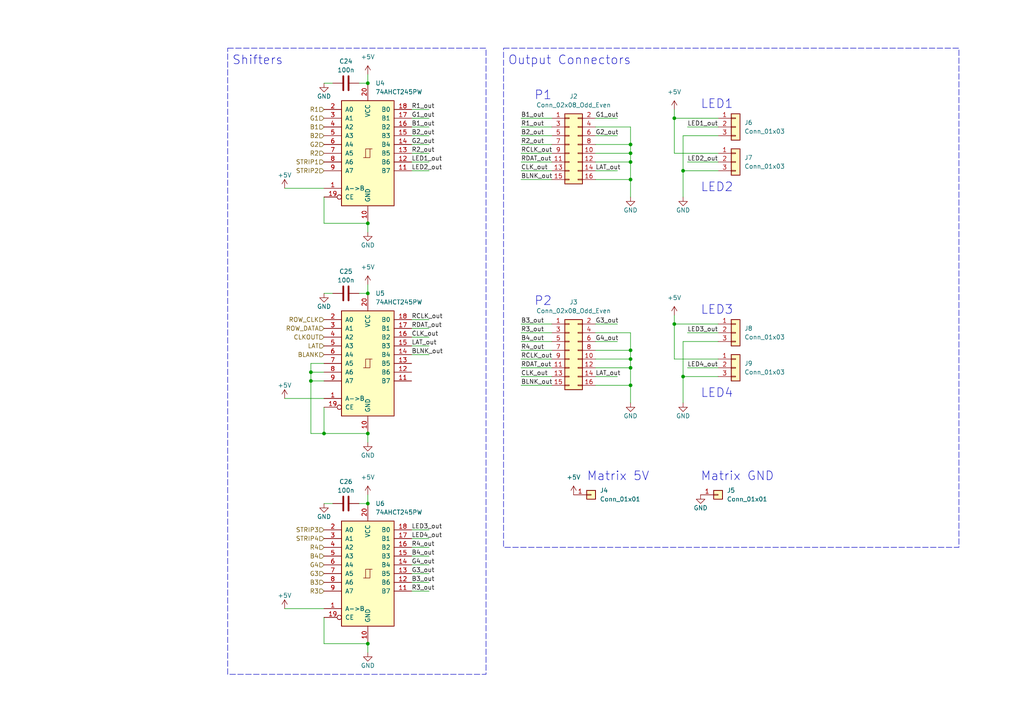
<source format=kicad_sch>
(kicad_sch (version 20230121) (generator eeschema)
  (paper "A4")
  (lib_symbols
    (symbol "74AHCT245PW_1" (pin_names (offset 1.016))
      (property "Reference" "U" (at -7.62 16.51 0))
      (property "Value" "74AHCT245PW" (at -7.62 -16.51 0))
      (symbol "74AHCT245PW_1_1_0"
        (polyline (pts (xy -0.635 -1.27) (xy -0.635 1.27) (xy 0.635 1.27)))
        (polyline (pts (xy -1.27 -1.27) (xy 0.635 -1.27) (xy 0.635 1.27) (xy 1.27 1.27)))
        (pin input line (at -12.7 -10.16 0) (length 5.08) (name "A->B") (number "1"))
        (pin power_in line (at 0 -20.32 90) (length 5.08) (name "GND") (number "10"))
        (pin tri_state line (at 12.7 -5.08 180) (length 5.08) (name "B7") (number "11"))
        (pin tri_state line (at 12.7 -2.54 180) (length 5.08) (name "B6") (number "12"))
        (pin tri_state line (at 12.7 0 180) (length 5.08) (name "B5") (number "13"))
        (pin tri_state line (at 12.7 2.54 180) (length 5.08) (name "B4") (number "14"))
        (pin tri_state line (at 12.7 5.08 180) (length 5.08) (name "B3") (number "15"))
        (pin tri_state line (at 12.7 7.62 180) (length 5.08) (name "B2") (number "16"))
        (pin tri_state line (at 12.7 10.16 180) (length 5.08) (name "B1") (number "17"))
        (pin tri_state line (at 12.7 12.7 180) (length 5.08) (name "B0") (number "18"))
        (pin input inverted (at -12.7 -12.7 0) (length 5.08) (name "CE") (number "19"))
        (pin tri_state line (at -12.7 12.7 0) (length 5.08) (name "A0") (number "2"))
        (pin power_in line (at 0 20.32 270) (length 5.08) (name "VCC") (number "20"))
        (pin tri_state line (at -12.7 10.16 0) (length 5.08) (name "A1") (number "3"))
        (pin tri_state line (at -12.7 7.62 0) (length 5.08) (name "A2") (number "4"))
        (pin tri_state line (at -12.7 5.08 0) (length 5.08) (name "A3") (number "5"))
        (pin tri_state line (at -12.7 2.54 0) (length 5.08) (name "A4") (number "6"))
        (pin tri_state line (at -12.7 0 0) (length 5.08) (name "A5") (number "7"))
        (pin tri_state line (at -12.7 -2.54 0) (length 5.08) (name "A6") (number "8"))
        (pin tri_state line (at -12.7 -5.08 0) (length 5.08) (name "A7") (number "9"))
      )
      (symbol "74AHCT245PW_1_1_1"
        (rectangle (start -7.62 15.24) (end 7.62 -15.24) (stroke (width 0.254)) (fill (type background)))
      )
    )
    (symbol "74AHCT245PW_2" (pin_names (offset 1.016))
      (property "Reference" "U" (at -7.62 16.51 0))
      (property "Value" "74AHCT245PW" (at -7.62 -16.51 0))
      (symbol "74AHCT245PW_2_1_0"
        (polyline (pts (xy -0.635 -1.27) (xy -0.635 1.27) (xy 0.635 1.27)))
        (polyline (pts (xy -1.27 -1.27) (xy 0.635 -1.27) (xy 0.635 1.27) (xy 1.27 1.27)))
        (pin input line (at -12.7 -10.16 0) (length 5.08) (name "A->B") (number "1"))
        (pin power_in line (at 0 -20.32 90) (length 5.08) (name "GND") (number "10"))
        (pin tri_state line (at 12.7 -5.08 180) (length 5.08) (name "B7") (number "11"))
        (pin tri_state line (at 12.7 -2.54 180) (length 5.08) (name "B6") (number "12"))
        (pin tri_state line (at 12.7 0 180) (length 5.08) (name "B5") (number "13"))
        (pin tri_state line (at 12.7 2.54 180) (length 5.08) (name "B4") (number "14"))
        (pin tri_state line (at 12.7 5.08 180) (length 5.08) (name "B3") (number "15"))
        (pin tri_state line (at 12.7 7.62 180) (length 5.08) (name "B2") (number "16"))
        (pin tri_state line (at 12.7 10.16 180) (length 5.08) (name "B1") (number "17"))
        (pin tri_state line (at 12.7 12.7 180) (length 5.08) (name "B0") (number "18"))
        (pin input inverted (at -12.7 -12.7 0) (length 5.08) (name "CE") (number "19"))
        (pin tri_state line (at -12.7 12.7 0) (length 5.08) (name "A0") (number "2"))
        (pin power_in line (at 0 20.32 270) (length 5.08) (name "VCC") (number "20"))
        (pin tri_state line (at -12.7 10.16 0) (length 5.08) (name "A1") (number "3"))
        (pin tri_state line (at -12.7 7.62 0) (length 5.08) (name "A2") (number "4"))
        (pin tri_state line (at -12.7 5.08 0) (length 5.08) (name "A3") (number "5"))
        (pin tri_state line (at -12.7 2.54 0) (length 5.08) (name "A4") (number "6"))
        (pin tri_state line (at -12.7 0 0) (length 5.08) (name "A5") (number "7"))
        (pin tri_state line (at -12.7 -2.54 0) (length 5.08) (name "A6") (number "8"))
        (pin tri_state line (at -12.7 -5.08 0) (length 5.08) (name "A7") (number "9"))
      )
      (symbol "74AHCT245PW_2_1_1"
        (rectangle (start -7.62 15.24) (end 7.62 -15.24) (stroke (width 0.254)) (fill (type background)))
      )
    )
    (symbol "Connector_Generic:Conn_01x01" (pin_names (offset 1.016) hide)
      (property "Reference" "J" (at 0 2.54 0))
      (property "Value" "Conn_01x01" (at 0 -2.54 0))
      (symbol "Conn_01x01_1_1"
        (rectangle (start -1.27 0.127) (end 0 -0.127) (stroke (width 0.1524)))
        (rectangle (start -1.27 1.27) (end 1.27 -1.27) (stroke (width 0.254)) (fill (type background)))
        (pin passive line (at -5.08 0 0) (length 3.81) (name "Pin_1") (number "1"))
      )
    )
    (symbol "Connector_Generic:Conn_01x03" (pin_names (offset 1.016) hide)
      (property "Reference" "J" (at 0 5.08 0))
      (property "Value" "Conn_01x03" (at 0 -5.08 0))
      (symbol "Conn_01x03_1_1"
        (rectangle (start -1.27 -2.413) (end 0 -2.667) (stroke (width 0.1524)))
        (rectangle (start -1.27 0.127) (end 0 -0.127) (stroke (width 0.1524)))
        (rectangle (start -1.27 2.667) (end 0 2.413) (stroke (width 0.1524)))
        (rectangle (start -1.27 3.81) (end 1.27 -3.81) (stroke (width 0.254)) (fill (type background)))
        (pin passive line (at -5.08 2.54 0) (length 3.81) (name "Pin_1") (number "1"))
        (pin passive line (at -5.08 0 0) (length 3.81) (name "Pin_2") (number "2"))
        (pin passive line (at -5.08 -2.54 0) (length 3.81) (name "Pin_3") (number "3"))
      )
    )
    (symbol "Connector_Generic:Conn_02x08_Odd_Even" (pin_names (offset 1.016) hide)
      (property "Reference" "J" (at 1.27 10.16 0))
      (property "Value" "Conn_02x08_Odd_Even" (at 1.27 -12.7 0))
      (symbol "Conn_02x08_Odd_Even_1_1"
        (rectangle (start -1.27 -10.033) (end 0 -10.287) (stroke (width 0.1524)))
        (rectangle (start -1.27 -7.493) (end 0 -7.747) (stroke (width 0.1524)))
        (rectangle (start -1.27 -4.953) (end 0 -5.207) (stroke (width 0.1524)))
        (rectangle (start -1.27 -2.413) (end 0 -2.667) (stroke (width 0.1524)))
        (rectangle (start -1.27 0.127) (end 0 -0.127) (stroke (width 0.1524)))
        (rectangle (start -1.27 2.667) (end 0 2.413) (stroke (width 0.1524)))
        (rectangle (start -1.27 5.207) (end 0 4.953) (stroke (width 0.1524)))
        (rectangle (start -1.27 7.747) (end 0 7.493) (stroke (width 0.1524)))
        (rectangle (start -1.27 8.89) (end 3.81 -11.43) (stroke (width 0.254)) (fill (type background)))
        (rectangle (start 3.81 -10.033) (end 2.54 -10.287) (stroke (width 0.1524)))
        (rectangle (start 3.81 -7.493) (end 2.54 -7.747) (stroke (width 0.1524)))
        (rectangle (start 3.81 -4.953) (end 2.54 -5.207) (stroke (width 0.1524)))
        (rectangle (start 3.81 -2.413) (end 2.54 -2.667) (stroke (width 0.1524)))
        (rectangle (start 3.81 0.127) (end 2.54 -0.127) (stroke (width 0.1524)))
        (rectangle (start 3.81 2.667) (end 2.54 2.413) (stroke (width 0.1524)))
        (rectangle (start 3.81 5.207) (end 2.54 4.953) (stroke (width 0.1524)))
        (rectangle (start 3.81 7.747) (end 2.54 7.493) (stroke (width 0.1524)))
        (pin passive line (at -5.08 7.62 0) (length 3.81) (name "Pin_1") (number "1"))
        (pin passive line (at 7.62 -2.54 180) (length 3.81) (name "Pin_10") (number "10"))
        (pin passive line (at -5.08 -5.08 0) (length 3.81) (name "Pin_11") (number "11"))
        (pin passive line (at 7.62 -5.08 180) (length 3.81) (name "Pin_12") (number "12"))
        (pin passive line (at -5.08 -7.62 0) (length 3.81) (name "Pin_13") (number "13"))
        (pin passive line (at 7.62 -7.62 180) (length 3.81) (name "Pin_14") (number "14"))
        (pin passive line (at -5.08 -10.16 0) (length 3.81) (name "Pin_15") (number "15"))
        (pin passive line (at 7.62 -10.16 180) (length 3.81) (name "Pin_16") (number "16"))
        (pin passive line (at 7.62 7.62 180) (length 3.81) (name "Pin_2") (number "2"))
        (pin passive line (at -5.08 5.08 0) (length 3.81) (name "Pin_3") (number "3"))
        (pin passive line (at 7.62 5.08 180) (length 3.81) (name "Pin_4") (number "4"))
        (pin passive line (at -5.08 2.54 0) (length 3.81) (name "Pin_5") (number "5"))
        (pin passive line (at 7.62 2.54 180) (length 3.81) (name "Pin_6") (number "6"))
        (pin passive line (at -5.08 0 0) (length 3.81) (name "Pin_7") (number "7"))
        (pin passive line (at 7.62 0 180) (length 3.81) (name "Pin_8") (number "8"))
        (pin passive line (at -5.08 -2.54 0) (length 3.81) (name "Pin_9") (number "9"))
      )
    )
    (symbol "Device:C" (pin_numbers hide) (pin_names (offset 0.254))
      (property "Reference" "C" (at 0.635 2.54 0))
      (property "Value" "C" (at 0.635 -2.54 0))
      (symbol "C_0_1"
        (polyline (pts (xy -2.032 -0.762) (xy 2.032 -0.762)) (stroke (width 0.508)))
        (polyline (pts (xy -2.032 0.762) (xy 2.032 0.762)) (stroke (width 0.508)))
      )
      (symbol "C_1_1"
        (pin passive line (at 0 3.81 270) (length 2.794) (name "~") (number "1"))
        (pin passive line (at 0 -3.81 90) (length 2.794) (name "~") (number "2"))
      )
    )
    (symbol "Project:74AHCT245PW" (pin_names (offset 1.016))
      (property "Reference" "U" (at -7.62 16.51 0))
      (property "Value" "74AHCT245PW" (at -7.62 -16.51 0))
      (symbol "74AHCT245PW_1_0"
        (polyline (pts (xy -0.635 -1.27) (xy -0.635 1.27) (xy 0.635 1.27)))
        (polyline (pts (xy -1.27 -1.27) (xy 0.635 -1.27) (xy 0.635 1.27) (xy 1.27 1.27)))
        (pin input line (at -12.7 -10.16 0) (length 5.08) (name "A->B") (number "1"))
        (pin power_in line (at 0 -20.32 90) (length 5.08) (name "GND") (number "10"))
        (pin tri_state line (at 12.7 -5.08 180) (length 5.08) (name "B7") (number "11"))
        (pin tri_state line (at 12.7 -2.54 180) (length 5.08) (name "B6") (number "12"))
        (pin tri_state line (at 12.7 0 180) (length 5.08) (name "B5") (number "13"))
        (pin tri_state line (at 12.7 2.54 180) (length 5.08) (name "B4") (number "14"))
        (pin tri_state line (at 12.7 5.08 180) (length 5.08) (name "B3") (number "15"))
        (pin tri_state line (at 12.7 7.62 180) (length 5.08) (name "B2") (number "16"))
        (pin tri_state line (at 12.7 10.16 180) (length 5.08) (name "B1") (number "17"))
        (pin tri_state line (at 12.7 12.7 180) (length 5.08) (name "B0") (number "18"))
        (pin input inverted (at -12.7 -12.7 0) (length 5.08) (name "CE") (number "19"))
        (pin tri_state line (at -12.7 12.7 0) (length 5.08) (name "A0") (number "2"))
        (pin power_in line (at 0 20.32 270) (length 5.08) (name "VCC") (number "20"))
        (pin tri_state line (at -12.7 10.16 0) (length 5.08) (name "A1") (number "3"))
        (pin tri_state line (at -12.7 7.62 0) (length 5.08) (name "A2") (number "4"))
        (pin tri_state line (at -12.7 5.08 0) (length 5.08) (name "A3") (number "5"))
        (pin tri_state line (at -12.7 2.54 0) (length 5.08) (name "A4") (number "6"))
        (pin tri_state line (at -12.7 0 0) (length 5.08) (name "A5") (number "7"))
        (pin tri_state line (at -12.7 -2.54 0) (length 5.08) (name "A6") (number "8"))
        (pin tri_state line (at -12.7 -5.08 0) (length 5.08) (name "A7") (number "9"))
      )
      (symbol "74AHCT245PW_1_1"
        (rectangle (start -7.62 15.24) (end 7.62 -15.24) (stroke (width 0.254)) (fill (type background)))
      )
    )
    (symbol "power:+5V" (power) (pin_names (offset 0))
      (property "Value" "+5V" (at 0 3.556 0))
      (symbol "+5V_0_1"
        (polyline (pts (xy -0.762 1.27) (xy 0 2.54)))
        (polyline (pts (xy 0 0) (xy 0 2.54)))
        (polyline (pts (xy 0 2.54) (xy 0.762 1.27)))
      )
      (symbol "+5V_1_1"
        (pin power_in line (at 0 0 90) (length 0) hide (name "+5V") (number "1"))
      )
    )
    (symbol "power:GND" (power) (pin_names (offset 0))
      (property "Value" "GND" (at 0 -3.81 0))
      (symbol "GND_0_1"
        (polyline (pts (xy 0 0) (xy 0 -1.27) (xy 1.27 -1.27) (xy 0 -2.54) (xy -1.27 -1.27) (xy 0 -1.27)))
      )
      (symbol "GND_1_1"
        (pin power_in line (at 0 0 270) (length 0) hide (name "GND") (number "1"))
      )
    )
  )
  (junction (at 182.88 104.14))
  (junction (at 195.58 93.98))
  (junction (at 106.68 125.73))
  (junction (at 106.68 64.77))
  (junction (at 90.17 110.49))
  (junction (at 182.88 101.6))
  (junction (at 195.58 34.29))
  (junction (at 93.98 125.73))
  (junction (at 198.12 109.22))
  (junction (at 182.88 52.07))
  (junction (at 182.88 111.76))
  (junction (at 90.17 107.95))
  (junction (at 106.68 186.69))
  (junction (at 182.88 41.91))
  (junction (at 182.88 46.99))
  (junction (at 182.88 106.68))
  (junction (at 106.68 146.05))
  (junction (at 198.12 49.53))
  (junction (at 182.88 44.45))
  (junction (at 106.68 85.09))
  (junction (at 106.68 24.13))
  (wire (pts (xy 82.55 115.57) (xy 93.98 115.57)))
  (wire (pts (xy 172.72 104.14) (xy 182.88 104.14)))
  (wire (pts (xy 93.98 118.11) (xy 93.98 125.73)))
  (wire (pts (xy 119.38 49.53) (xy 124.46 49.53)))
  (wire (pts (xy 90.17 125.73) (xy 90.17 110.49)))
  (wire (pts (xy 151.13 44.45) (xy 160.02 44.45)))
  (wire (pts (xy 90.17 107.95) (xy 90.17 105.41)))
  (wire (pts (xy 151.13 49.53) (xy 160.02 49.53)))
  (wire (pts (xy 119.38 153.67) (xy 124.46 153.67)))
  (wire (pts (xy 90.17 110.49) (xy 93.98 110.49)))
  (wire (pts (xy 172.72 93.98) (xy 179.07 93.98)))
  (wire (pts (xy 119.38 102.87) (xy 124.46 102.87)))
  (wire (pts (xy 119.38 95.25) (xy 124.46 95.25)))
  (wire (pts (xy 195.58 31.75) (xy 195.58 34.29)))
  (wire (pts (xy 198.12 109.22) (xy 208.28 109.22)))
  (wire (pts (xy 119.38 163.83) (xy 124.46 163.83)))
  (wire (pts (xy 106.68 186.69) (xy 106.68 189.23)))
  (wire (pts (xy 151.13 109.22) (xy 160.02 109.22)))
  (wire (pts (xy 172.72 34.29) (xy 179.07 34.29)))
  (wire (pts (xy 119.38 44.45) (xy 124.46 44.45)))
  (wire (pts (xy 119.38 158.75) (xy 124.46 158.75)))
  (wire (pts (xy 119.38 156.21) (xy 124.46 156.21)))
  (wire (pts (xy 199.39 96.52) (xy 208.28 96.52)))
  (wire (pts (xy 119.38 34.29) (xy 124.46 34.29)))
  (wire (pts (xy 119.38 171.45) (xy 124.46 171.45)))
  (wire (pts (xy 93.98 64.77) (xy 106.68 64.77)))
  (wire (pts (xy 195.58 104.14) (xy 195.58 93.98)))
  (wire (pts (xy 198.12 39.37) (xy 198.12 49.53)))
  (wire (pts (xy 172.72 52.07) (xy 182.88 52.07)))
  (wire (pts (xy 208.28 44.45) (xy 195.58 44.45)))
  (wire (pts (xy 172.72 111.76) (xy 182.88 111.76)))
  (wire (pts (xy 106.68 21.59) (xy 106.68 24.13)))
  (wire (pts (xy 104.14 146.05) (xy 106.68 146.05)))
  (wire (pts (xy 151.13 46.99) (xy 160.02 46.99)))
  (wire (pts (xy 182.88 111.76) (xy 182.88 116.84)))
  (wire (pts (xy 104.14 85.09) (xy 106.68 85.09)))
  (wire (pts (xy 90.17 110.49) (xy 90.17 107.95)))
  (wire (pts (xy 172.72 106.68) (xy 182.88 106.68)))
  (wire (pts (xy 119.38 36.83) (xy 124.46 36.83)))
  (wire (pts (xy 151.13 93.98) (xy 160.02 93.98)))
  (wire (pts (xy 151.13 104.14) (xy 160.02 104.14)))
  (wire (pts (xy 119.38 41.91) (xy 124.46 41.91)))
  (wire (pts (xy 208.28 104.14) (xy 195.58 104.14)))
  (wire (pts (xy 106.68 64.77) (xy 106.68 67.31)))
  (wire (pts (xy 119.38 100.33) (xy 124.46 100.33)))
  (wire (pts (xy 151.13 36.83) (xy 160.02 36.83)))
  (wire (pts (xy 208.28 39.37) (xy 198.12 39.37)))
  (wire (pts (xy 93.98 125.73) (xy 90.17 125.73)))
  (wire (pts (xy 172.72 109.22) (xy 179.07 109.22)))
  (wire (pts (xy 198.12 109.22) (xy 198.12 116.84)))
  (wire (pts (xy 182.88 101.6) (xy 182.88 104.14)))
  (wire (pts (xy 151.13 41.91) (xy 160.02 41.91)))
  (wire (pts (xy 195.58 34.29) (xy 208.28 34.29)))
  (wire (pts (xy 208.28 99.06) (xy 198.12 99.06)))
  (wire (pts (xy 172.72 39.37) (xy 179.07 39.37)))
  (wire (pts (xy 151.13 99.06) (xy 160.02 99.06)))
  (wire (pts (xy 96.52 85.09) (xy 93.98 85.09)))
  (wire (pts (xy 198.12 49.53) (xy 208.28 49.53)))
  (wire (pts (xy 119.38 97.79) (xy 124.46 97.79)))
  (wire (pts (xy 93.98 186.69) (xy 106.68 186.69)))
  (wire (pts (xy 199.39 106.68) (xy 208.28 106.68)))
  (wire (pts (xy 106.68 82.55) (xy 106.68 85.09)))
  (wire (pts (xy 195.58 93.98) (xy 208.28 93.98)))
  (wire (pts (xy 182.88 52.07) (xy 182.88 57.15)))
  (wire (pts (xy 182.88 104.14) (xy 182.88 106.68)))
  (wire (pts (xy 93.98 179.07) (xy 93.98 186.69)))
  (wire (pts (xy 182.88 44.45) (xy 182.88 46.99)))
  (wire (pts (xy 119.38 161.29) (xy 124.46 161.29)))
  (wire (pts (xy 172.72 99.06) (xy 179.07 99.06)))
  (wire (pts (xy 195.58 44.45) (xy 195.58 34.29)))
  (wire (pts (xy 182.88 106.68) (xy 182.88 111.76)))
  (wire (pts (xy 172.72 41.91) (xy 182.88 41.91)))
  (wire (pts (xy 106.68 143.51) (xy 106.68 146.05)))
  (wire (pts (xy 119.38 39.37) (xy 124.46 39.37)))
  (wire (pts (xy 172.72 49.53) (xy 179.07 49.53)))
  (wire (pts (xy 96.52 146.05) (xy 93.98 146.05)))
  (wire (pts (xy 151.13 111.76) (xy 160.02 111.76)))
  (wire (pts (xy 90.17 107.95) (xy 93.98 107.95)))
  (wire (pts (xy 182.88 46.99) (xy 182.88 52.07)))
  (wire (pts (xy 96.52 24.13) (xy 93.98 24.13)))
  (wire (pts (xy 172.72 101.6) (xy 182.88 101.6)))
  (wire (pts (xy 199.39 46.99) (xy 208.28 46.99)))
  (wire (pts (xy 172.72 46.99) (xy 182.88 46.99)))
  (wire (pts (xy 172.72 36.83) (xy 182.88 36.83)))
  (wire (pts (xy 182.88 36.83) (xy 182.88 41.91)))
  (wire (pts (xy 198.12 49.53) (xy 198.12 57.15)))
  (wire (pts (xy 119.38 166.37) (xy 124.46 166.37)))
  (wire (pts (xy 119.38 46.99) (xy 124.46 46.99)))
  (wire (pts (xy 119.38 92.71) (xy 124.46 92.71)))
  (wire (pts (xy 172.72 44.45) (xy 182.88 44.45)))
  (wire (pts (xy 93.98 125.73) (xy 106.68 125.73)))
  (wire (pts (xy 199.39 36.83) (xy 208.28 36.83)))
  (wire (pts (xy 172.72 96.52) (xy 182.88 96.52)))
  (wire (pts (xy 119.38 31.75) (xy 124.46 31.75)))
  (wire (pts (xy 151.13 101.6) (xy 160.02 101.6)))
  (wire (pts (xy 195.58 91.44) (xy 195.58 93.98)))
  (wire (pts (xy 90.17 105.41) (xy 93.98 105.41)))
  (wire (pts (xy 182.88 96.52) (xy 182.88 101.6)))
  (wire (pts (xy 82.55 176.53) (xy 93.98 176.53)))
  (wire (pts (xy 119.38 168.91) (xy 124.46 168.91)))
  (wire (pts (xy 198.12 99.06) (xy 198.12 109.22)))
  (wire (pts (xy 182.88 41.91) (xy 182.88 44.45)))
  (wire (pts (xy 151.13 96.52) (xy 160.02 96.52)))
  (wire (pts (xy 93.98 57.15) (xy 93.98 64.77)))
  (wire (pts (xy 104.14 24.13) (xy 106.68 24.13)))
  (wire (pts (xy 151.13 106.68) (xy 160.02 106.68)))
  (wire (pts (xy 151.13 34.29) (xy 160.02 34.29)))
  (wire (pts (xy 151.13 39.37) (xy 160.02 39.37)))
  (wire (pts (xy 106.68 125.73) (xy 106.68 128.27)))
  (wire (pts (xy 151.13 52.07) (xy 160.02 52.07)))
  (wire (pts (xy 82.55 54.61) (xy 93.98 54.61)))
  (rectangle (start 146.05 13.97) (end 278.13 158.75) (stroke (width 0) (type dash)))
  (rectangle (start 66.04 13.97) (end 140.97 195.58) (stroke (width 0) (type dash)))
  (text "LED1" (at 203.2 31.75 0) (effects (font (size 2.54 2.54)) (justify left bottom)))
  (text "P1" (at 154.94 29.21 0) (effects (font (size 2.54 2.54)) (justify left bottom)))
  (text "Matrix GND" (at 203.2 139.7 0) (effects (font (size 2.54 2.54)) (justify left bottom)))
  (text "P2" (at 154.94 88.9 0) (effects (font (size 2.54 2.54)) (justify left bottom)))
  (text "LED2" (at 203.2 55.88 0) (effects (font (size 2.54 2.54)) (justify left bottom)))
  (text "LED3" (at 203.2 91.44 0) (effects (font (size 2.54 2.54)) (justify left bottom)))
  (text "LED4" (at 203.2 115.57 0) (effects (font (size 2.54 2.54)) (justify left bottom)))
  (text "Matrix 5V" (at 170.18 139.7 0) (effects (font (size 2.54 2.54)) (justify left bottom)))
  (text "Output Connectors" (at 147.32 19.05 0) (effects (font (size 2.54 2.54)) (justify left bottom)))
  (text "Shifters" (at 67.31 19.05 0) (effects (font (size 2.54 2.54)) (justify left bottom)))
  (label "RDAT_out" (at 119.38 95.25 0))
  (label "B1_out" (at 119.38 36.83 0))
  (label "R1_out" (at 119.38 31.75 0))
  (label "CLK_out" (at 119.38 97.79 0))
  (label "LED2_out" (at 119.38 49.53 0))
  (label "R3_out" (at 119.38 171.45 0))
  (label "LED3_out" (at 199.39 96.52 0))
  (label "G2_out" (at 172.72 39.37 0))
  (label "R2_out" (at 151.13 41.91 0))
  (label "G3_out" (at 119.38 166.37 0))
  (label "LAT_out" (at 119.38 100.33 0))
  (label "LED1_out" (at 119.38 46.99 0))
  (label "G1_out" (at 172.72 34.29 0))
  (label "LED2_out" (at 199.39 46.99 0))
  (label "RCLK_out" (at 151.13 44.45 0))
  (label "B3_out" (at 151.13 93.98 0))
  (label "R1_out" (at 151.13 36.83 0))
  (label "LED3_out" (at 119.38 153.67 0))
  (label "RCLK_out" (at 119.38 92.71 0))
  (label "G1_out" (at 119.38 34.29 0))
  (label "B4_out" (at 151.13 99.06 0))
  (label "CLK_out" (at 151.13 49.53 0))
  (label "R4_out" (at 119.38 158.75 0))
  (label "BLNK_out" (at 119.38 102.87 0))
  (label "G3_out" (at 172.72 93.98 0))
  (label "LED4_out" (at 119.38 156.21 0))
  (label "G4_out" (at 172.72 99.06 0))
  (label "R2_out" (at 119.38 44.45 0))
  (label "LED4_out" (at 199.39 106.68 0))
  (label "LED1_out" (at 199.39 36.83 0))
  (label "RDAT_out" (at 151.13 106.68 0))
  (label "BLNK_out" (at 151.13 52.07 0))
  (label "R3_out" (at 151.13 96.52 0))
  (label "BLNK_out" (at 151.13 111.76 0))
  (label "LAT_out" (at 172.72 109.22 0))
  (label "RDAT_out" (at 151.13 46.99 0))
  (label "B4_out" (at 119.38 161.29 0))
  (label "R4_out" (at 151.13 101.6 0))
  (label "RCLK_out" (at 151.13 104.14 0))
  (label "CLK_out" (at 151.13 109.22 0))
  (label "B1_out" (at 151.13 34.29 0))
  (label "B3_out" (at 119.38 168.91 0))
  (label "LAT_out" (at 172.72 49.53 0))
  (label "B2_out" (at 151.13 39.37 0))
  (label "G2_out" (at 119.38 41.91 0))
  (label "G4_out" (at 119.38 163.83 0))
  (label "B2_out" (at 119.38 39.37 0))
  (hierarchical_label "B3" (shape input) (at 93.98 168.91 180))
  (hierarchical_label "R3" (shape input) (at 93.98 171.45 180))
  (hierarchical_label "STRIP3" (shape input) (at 93.98 153.67 180))
  (hierarchical_label "G2" (shape input) (at 93.98 41.91 180))
  (hierarchical_label "STRIP1" (shape input) (at 93.98 46.99 180))
  (hierarchical_label "STRIP4" (shape input) (at 93.98 156.21 180))
  (hierarchical_label "R1" (shape input) (at 93.98 31.75 180))
  (hierarchical_label "ROW_DATA" (shape input) (at 93.98 95.25 180))
  (hierarchical_label "STRIP2" (shape input) (at 93.98 49.53 180))
  (hierarchical_label "CLKOUT" (shape input) (at 93.98 97.79 180))
  (hierarchical_label "ROW_CLK" (shape input) (at 93.98 92.71 180))
  (hierarchical_label "B4" (shape input) (at 93.98 161.29 180))
  (hierarchical_label "R4" (shape input) (at 93.98 158.75 180))
  (hierarchical_label "R2" (shape input) (at 93.98 44.45 180))
  (hierarchical_label "B2" (shape input) (at 93.98 39.37 180))
  (hierarchical_label "BLANK" (shape input) (at 93.98 102.87 180))
  (hierarchical_label "G4" (shape input) (at 93.98 163.83 180))
  (hierarchical_label "G3" (shape input) (at 93.98 166.37 180))
  (hierarchical_label "G1" (shape input) (at 93.98 34.29 180))
  (hierarchical_label "LAT" (shape input) (at 93.98 100.33 180))
  (hierarchical_label "B1" (shape input) (at 93.98 36.83 180))
  (symbol (lib_id "power:GND") (at 198.12 116.84 0) (unit 1)
    (property "Reference" "#PWR053" (effects hide))
    (property "Value" "GND" (at 198.12 120.65 0))
  )
  (symbol (lib_id "power:GND") (at 93.98 24.13 0) (unit 1)
    (property "Reference" "#PWR038" (effects hide))
    (property "Value" "GND" (at 93.98 27.94 0))
  )
  (symbol (lib_id "power:+5V") (at 106.68 21.59 0) (unit 1)
    (property "Reference" "#PWR041" (effects hide))
    (property "Value" "+5V" (at 106.68 16.51 0))
  )
  (symbol (lib_id "Connector_Generic:Conn_02x08_Odd_Even") (at 165.1 41.91 0) (unit 1)
    (property "Reference" "J2" (at 166.37 27.94 0))
    (property "Value" "Conn_02x08_Odd_Even" (at 166.37 30.48 0))
    (property "Footprint" "Connector_IDC:IDC-Header_2x08_P2.54mm_Vertical" (effects hide))
  )
  (symbol (lib_id "power:GND") (at 106.68 67.31 0) (unit 1)
    (property "Reference" "#PWR042" (effects hide))
    (property "Value" "GND" (at 106.68 71.12 0))
  )
  (symbol (lib_id "power:+5V") (at 195.58 31.75 0) (unit 1)
    (property "Reference" "#PWR050" (effects hide))
    (property "Value" "+5V" (at 195.58 26.67 0))
  )
  (symbol (lib_name "74AHCT245PW_2") (lib_id "Project:74AHCT245PW") (at 106.68 105.41 0) (unit 1)
    (property "Reference" "U5" (at 108.8741 85.09 0) (effects (justify left)))
    (property "Value" "74AHCT245PW" (at 108.8741 87.63 0) (effects (justify left)))
    (property "Footprint" "Package_SO:TSSOP-20_4.4x6.5mm_P0.65mm" (effects hide))
  )
  (symbol (lib_id "Connector_Generic:Conn_01x03") (at 213.36 106.68 0) (unit 1)
    (property "Reference" "J9" (at 215.9 105.41 0) (effects (justify left)))
    (property "Value" "Conn_01x03" (at 215.9 107.95 0) (effects (justify left)))
    (property "Footprint" "Connector_PinHeader_2.54mm:PinHeader_1x03_P2.54mm_Vertical" (effects hide))
  )
  (symbol (lib_id "power:GND") (at 106.68 189.23 0) (unit 1)
    (property "Reference" "#PWR046" (effects hide))
    (property "Value" "GND" (at 106.68 193.04 0))
  )
  (symbol (lib_id "power:GND") (at 106.68 128.27 0) (unit 1)
    (property "Reference" "#PWR044" (effects hide))
    (property "Value" "GND" (at 106.68 132.08 0))
  )
  (symbol (lib_id "power:+5V") (at 195.58 91.44 0) (unit 1)
    (property "Reference" "#PWR051" (effects hide))
    (property "Value" "+5V" (at 195.58 86.36 0))
  )
  (symbol (lib_id "power:GND") (at 182.88 116.84 0) (unit 1)
    (property "Reference" "#PWR049" (effects hide))
    (property "Value" "GND" (at 182.88 120.65 0))
  )
  (symbol (lib_id "Connector_Generic:Conn_01x01") (at 208.28 143.51 0) (unit 1)
    (property "Reference" "J5" (at 210.82 142.24 0) (effects (justify left)))
    (property "Value" "Conn_01x01" (at 210.82 144.78 0) (effects (justify left)))
    (property "Footprint" "Connector_Wire:SolderWire-2sqmm_1x01_D2mm_OD3.9mm" (effects hide))
  )
  (symbol (lib_id "Project:74AHCT245PW") (at 106.68 166.37 0) (unit 1)
    (property "Reference" "U6" (at 108.8741 146.05 0) (effects (justify left)))
    (property "Value" "74AHCT245PW" (at 108.8741 148.59 0) (effects (justify left)))
    (property "Footprint" "Package_SO:TSSOP-20_4.4x6.5mm_P0.65mm" (effects hide))
  )
  (symbol (lib_id "Device:C") (at 100.33 24.13 90) (unit 1)
    (property "Reference" "C24" (at 100.33 17.78 90))
    (property "Value" "100n" (at 100.33 20.32 90))
    (property "Footprint" "Capacitor_SMD:C_0603_1608Metric" (effects hide))
  )
  (symbol (lib_id "power:+5V") (at 82.55 54.61 0) (unit 1)
    (property "Reference" "#PWR035" (effects hide))
    (property "Value" "+5V" (at 82.55 50.8 0))
  )
  (symbol (lib_id "power:+5V") (at 106.68 82.55 0) (unit 1)
    (property "Reference" "#PWR043" (effects hide))
    (property "Value" "+5V" (at 106.68 77.47 0))
  )
  (symbol (lib_id "Device:C") (at 100.33 85.09 90) (unit 1)
    (property "Reference" "C25" (at 100.33 78.74 90))
    (property "Value" "100n" (at 100.33 81.28 90))
    (property "Footprint" "Capacitor_SMD:C_0603_1608Metric" (effects hide))
  )
  (symbol (lib_id "Connector_Generic:Conn_02x08_Odd_Even") (at 165.1 101.6 0) (unit 1)
    (property "Reference" "J3" (at 166.37 87.63 0))
    (property "Value" "Conn_02x08_Odd_Even" (at 166.37 90.17 0))
    (property "Footprint" "Connector_IDC:IDC-Header_2x08_P2.54mm_Vertical" (effects hide))
  )
  (symbol (lib_id "Connector_Generic:Conn_01x01") (at 171.45 143.51 0) (unit 1)
    (property "Reference" "J4" (at 173.99 142.24 0) (effects (justify left)))
    (property "Value" "Conn_01x01" (at 173.99 144.78 0) (effects (justify left)))
    (property "Footprint" "Connector_Wire:SolderWire-2sqmm_1x01_D2mm_OD3.9mm" (effects hide))
  )
  (symbol (lib_id "Connector_Generic:Conn_01x03") (at 213.36 36.83 0) (unit 1)
    (property "Reference" "J6" (at 215.9 35.56 0) (effects (justify left)))
    (property "Value" "Conn_01x03" (at 215.9 38.1 0) (effects (justify left)))
    (property "Footprint" "Connector_PinHeader_2.54mm:PinHeader_1x03_P2.54mm_Vertical" (effects hide))
  )
  (symbol (lib_id "power:GND") (at 93.98 146.05 0) (unit 1)
    (property "Reference" "#PWR040" (effects hide))
    (property "Value" "GND" (at 93.98 149.86 0))
  )
  (symbol (lib_id "Device:C") (at 100.33 146.05 90) (unit 1)
    (property "Reference" "C26" (at 100.33 139.7 90))
    (property "Value" "100n" (at 100.33 142.24 90))
    (property "Footprint" "Capacitor_SMD:C_0603_1608Metric" (effects hide))
  )
  (symbol (lib_id "power:+5V") (at 166.37 143.51 0) (unit 1)
    (property "Reference" "#PWR047" (effects hide))
    (property "Value" "+5V" (at 166.37 138.43 0))
  )
  (symbol (lib_id "power:GND") (at 93.98 85.09 0) (unit 1)
    (property "Reference" "#PWR039" (effects hide))
    (property "Value" "GND" (at 93.98 88.9 0))
  )
  (symbol (lib_id "Connector_Generic:Conn_01x03") (at 213.36 96.52 0) (unit 1)
    (property "Reference" "J8" (at 215.9 95.25 0) (effects (justify left)))
    (property "Value" "Conn_01x03" (at 215.9 97.79 0) (effects (justify left)))
    (property "Footprint" "Connector_PinHeader_2.54mm:PinHeader_1x03_P2.54mm_Vertical" (effects hide))
  )
  (symbol (lib_id "power:GND") (at 198.12 57.15 0) (unit 1)
    (property "Reference" "#PWR052" (effects hide))
    (property "Value" "GND" (at 198.12 60.96 0))
  )
  (symbol (lib_id "power:+5V") (at 82.55 176.53 0) (unit 1)
    (property "Reference" "#PWR037" (effects hide))
    (property "Value" "+5V" (at 82.55 172.72 0))
  )
  (symbol (lib_id "power:GND") (at 203.2 143.51 0) (unit 1)
    (property "Reference" "#PWR054" (effects hide))
    (property "Value" "GND" (at 203.2 147.32 0))
  )
  (symbol (lib_id "power:GND") (at 182.88 57.15 0) (unit 1)
    (property "Reference" "#PWR048" (effects hide))
    (property "Value" "GND" (at 182.88 60.96 0))
  )
  (symbol (lib_id "power:+5V") (at 106.68 143.51 0) (unit 1)
    (property "Reference" "#PWR045" (effects hide))
    (property "Value" "+5V" (at 106.68 138.43 0))
  )
  (symbol (lib_id "power:+5V") (at 82.55 115.57 0) (unit 1)
    (property "Reference" "#PWR036" (effects hide))
    (property "Value" "+5V" (at 82.55 111.76 0))
  )
  (symbol (lib_id "Connector_Generic:Conn_01x03") (at 213.36 46.99 0) (unit 1)
    (property "Reference" "J7" (at 215.9 45.72 0) (effects (justify left)))
    (property "Value" "Conn_01x03" (at 215.9 48.26 0) (effects (justify left)))
    (property "Footprint" "Connector_PinHeader_2.54mm:PinHeader_1x03_P2.54mm_Vertical" (effects hide))
  )
  (symbol (lib_name "74AHCT245PW_1") (lib_id "Project:74AHCT245PW") (at 106.68 44.45 0) (unit 1)
    (property "Reference" "U4" (at 108.8741 24.13 0) (effects (justify left)))
    (property "Value" "74AHCT245PW" (at 108.8741 26.67 0) (effects (justify left)))
    (property "Footprint" "Package_SO:TSSOP-20_4.4x6.5mm_P0.65mm" (effects hide))
  )
)
</source>
